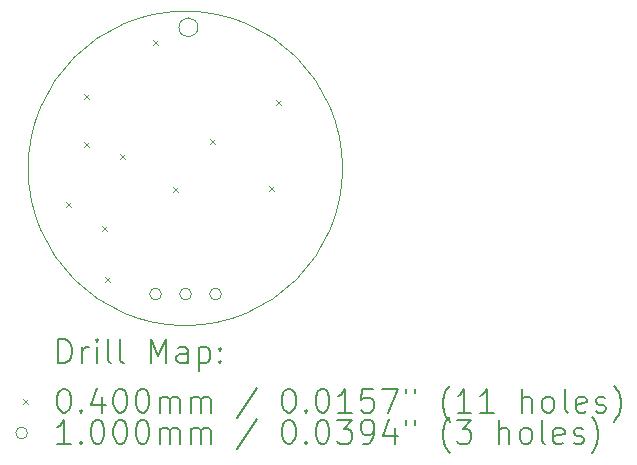
<source format=gbr>
%TF.GenerationSoftware,KiCad,Pcbnew,7.0.10*%
%TF.CreationDate,2024-09-02T03:13:41+05:30*%
%TF.ProjectId,Ki-demo,4b692d64-656d-46f2-9e6b-696361645f70,rev?*%
%TF.SameCoordinates,Original*%
%TF.FileFunction,Drillmap*%
%TF.FilePolarity,Positive*%
%FSLAX45Y45*%
G04 Gerber Fmt 4.5, Leading zero omitted, Abs format (unit mm)*
G04 Created by KiCad (PCBNEW 7.0.10) date 2024-09-02 03:13:41*
%MOMM*%
%LPD*%
G01*
G04 APERTURE LIST*
%ADD10C,0.100000*%
%ADD11C,0.200000*%
G04 APERTURE END LIST*
D10*
X9249722Y-4216400D02*
G75*
G03*
X9089078Y-4216400I-80322J0D01*
G01*
X9089078Y-4216400D02*
G75*
G03*
X9249722Y-4216400I80322J0D01*
G01*
X10474776Y-5410200D02*
G75*
G03*
X7813224Y-5410200I-1330776J0D01*
G01*
X7813224Y-5410200D02*
G75*
G03*
X10474776Y-5410200I1330776J0D01*
G01*
D11*
D10*
X8133400Y-5695000D02*
X8173400Y-5735000D01*
X8173400Y-5695000D02*
X8133400Y-5735000D01*
X8285800Y-4780600D02*
X8325800Y-4820600D01*
X8325800Y-4780600D02*
X8285800Y-4820600D01*
X8285800Y-5187000D02*
X8325800Y-5227000D01*
X8325800Y-5187000D02*
X8285800Y-5227000D01*
X8436900Y-5898200D02*
X8476900Y-5938200D01*
X8476900Y-5898200D02*
X8436900Y-5938200D01*
X8463600Y-6330000D02*
X8503600Y-6370000D01*
X8503600Y-6330000D02*
X8463600Y-6370000D01*
X8590600Y-5288600D02*
X8630600Y-5328600D01*
X8630600Y-5288600D02*
X8590600Y-5328600D01*
X8870000Y-4323400D02*
X8910000Y-4363400D01*
X8910000Y-4323400D02*
X8870000Y-4363400D01*
X9041446Y-5566725D02*
X9081446Y-5606725D01*
X9081446Y-5566725D02*
X9041446Y-5606725D01*
X9352600Y-5161600D02*
X9392600Y-5201600D01*
X9392600Y-5161600D02*
X9352600Y-5201600D01*
X9852120Y-5563544D02*
X9892120Y-5603544D01*
X9892120Y-5563544D02*
X9852120Y-5603544D01*
X9911400Y-4831400D02*
X9951400Y-4871400D01*
X9951400Y-4831400D02*
X9911400Y-4871400D01*
X8941500Y-6474500D02*
G75*
G03*
X8841500Y-6474500I-50000J0D01*
G01*
X8841500Y-6474500D02*
G75*
G03*
X8941500Y-6474500I50000J0D01*
G01*
X9195500Y-6474500D02*
G75*
G03*
X9095500Y-6474500I-50000J0D01*
G01*
X9095500Y-6474500D02*
G75*
G03*
X9195500Y-6474500I50000J0D01*
G01*
X9449500Y-6474500D02*
G75*
G03*
X9349500Y-6474500I-50000J0D01*
G01*
X9349500Y-6474500D02*
G75*
G03*
X9449500Y-6474500I50000J0D01*
G01*
D11*
X8069001Y-7057460D02*
X8069001Y-6857460D01*
X8069001Y-6857460D02*
X8116620Y-6857460D01*
X8116620Y-6857460D02*
X8145191Y-6866983D01*
X8145191Y-6866983D02*
X8164239Y-6886031D01*
X8164239Y-6886031D02*
X8173763Y-6905079D01*
X8173763Y-6905079D02*
X8183287Y-6943174D01*
X8183287Y-6943174D02*
X8183287Y-6971745D01*
X8183287Y-6971745D02*
X8173763Y-7009840D01*
X8173763Y-7009840D02*
X8164239Y-7028888D01*
X8164239Y-7028888D02*
X8145191Y-7047936D01*
X8145191Y-7047936D02*
X8116620Y-7057460D01*
X8116620Y-7057460D02*
X8069001Y-7057460D01*
X8269001Y-7057460D02*
X8269001Y-6924126D01*
X8269001Y-6962221D02*
X8278525Y-6943174D01*
X8278525Y-6943174D02*
X8288049Y-6933650D01*
X8288049Y-6933650D02*
X8307096Y-6924126D01*
X8307096Y-6924126D02*
X8326144Y-6924126D01*
X8392811Y-7057460D02*
X8392811Y-6924126D01*
X8392811Y-6857460D02*
X8383287Y-6866983D01*
X8383287Y-6866983D02*
X8392811Y-6876507D01*
X8392811Y-6876507D02*
X8402334Y-6866983D01*
X8402334Y-6866983D02*
X8392811Y-6857460D01*
X8392811Y-6857460D02*
X8392811Y-6876507D01*
X8516620Y-7057460D02*
X8497572Y-7047936D01*
X8497572Y-7047936D02*
X8488049Y-7028888D01*
X8488049Y-7028888D02*
X8488049Y-6857460D01*
X8621382Y-7057460D02*
X8602334Y-7047936D01*
X8602334Y-7047936D02*
X8592811Y-7028888D01*
X8592811Y-7028888D02*
X8592811Y-6857460D01*
X8849953Y-7057460D02*
X8849953Y-6857460D01*
X8849953Y-6857460D02*
X8916620Y-7000317D01*
X8916620Y-7000317D02*
X8983287Y-6857460D01*
X8983287Y-6857460D02*
X8983287Y-7057460D01*
X9164239Y-7057460D02*
X9164239Y-6952698D01*
X9164239Y-6952698D02*
X9154715Y-6933650D01*
X9154715Y-6933650D02*
X9135668Y-6924126D01*
X9135668Y-6924126D02*
X9097572Y-6924126D01*
X9097572Y-6924126D02*
X9078525Y-6933650D01*
X9164239Y-7047936D02*
X9145192Y-7057460D01*
X9145192Y-7057460D02*
X9097572Y-7057460D01*
X9097572Y-7057460D02*
X9078525Y-7047936D01*
X9078525Y-7047936D02*
X9069001Y-7028888D01*
X9069001Y-7028888D02*
X9069001Y-7009840D01*
X9069001Y-7009840D02*
X9078525Y-6990793D01*
X9078525Y-6990793D02*
X9097572Y-6981269D01*
X9097572Y-6981269D02*
X9145192Y-6981269D01*
X9145192Y-6981269D02*
X9164239Y-6971745D01*
X9259477Y-6924126D02*
X9259477Y-7124126D01*
X9259477Y-6933650D02*
X9278525Y-6924126D01*
X9278525Y-6924126D02*
X9316620Y-6924126D01*
X9316620Y-6924126D02*
X9335668Y-6933650D01*
X9335668Y-6933650D02*
X9345192Y-6943174D01*
X9345192Y-6943174D02*
X9354715Y-6962221D01*
X9354715Y-6962221D02*
X9354715Y-7019364D01*
X9354715Y-7019364D02*
X9345192Y-7038412D01*
X9345192Y-7038412D02*
X9335668Y-7047936D01*
X9335668Y-7047936D02*
X9316620Y-7057460D01*
X9316620Y-7057460D02*
X9278525Y-7057460D01*
X9278525Y-7057460D02*
X9259477Y-7047936D01*
X9440430Y-7038412D02*
X9449953Y-7047936D01*
X9449953Y-7047936D02*
X9440430Y-7057460D01*
X9440430Y-7057460D02*
X9430906Y-7047936D01*
X9430906Y-7047936D02*
X9440430Y-7038412D01*
X9440430Y-7038412D02*
X9440430Y-7057460D01*
X9440430Y-6933650D02*
X9449953Y-6943174D01*
X9449953Y-6943174D02*
X9440430Y-6952698D01*
X9440430Y-6952698D02*
X9430906Y-6943174D01*
X9430906Y-6943174D02*
X9440430Y-6933650D01*
X9440430Y-6933650D02*
X9440430Y-6952698D01*
D10*
X7768224Y-7365976D02*
X7808224Y-7405976D01*
X7808224Y-7365976D02*
X7768224Y-7405976D01*
D11*
X8107096Y-7277460D02*
X8126144Y-7277460D01*
X8126144Y-7277460D02*
X8145191Y-7286983D01*
X8145191Y-7286983D02*
X8154715Y-7296507D01*
X8154715Y-7296507D02*
X8164239Y-7315555D01*
X8164239Y-7315555D02*
X8173763Y-7353650D01*
X8173763Y-7353650D02*
X8173763Y-7401269D01*
X8173763Y-7401269D02*
X8164239Y-7439364D01*
X8164239Y-7439364D02*
X8154715Y-7458412D01*
X8154715Y-7458412D02*
X8145191Y-7467936D01*
X8145191Y-7467936D02*
X8126144Y-7477460D01*
X8126144Y-7477460D02*
X8107096Y-7477460D01*
X8107096Y-7477460D02*
X8088049Y-7467936D01*
X8088049Y-7467936D02*
X8078525Y-7458412D01*
X8078525Y-7458412D02*
X8069001Y-7439364D01*
X8069001Y-7439364D02*
X8059477Y-7401269D01*
X8059477Y-7401269D02*
X8059477Y-7353650D01*
X8059477Y-7353650D02*
X8069001Y-7315555D01*
X8069001Y-7315555D02*
X8078525Y-7296507D01*
X8078525Y-7296507D02*
X8088049Y-7286983D01*
X8088049Y-7286983D02*
X8107096Y-7277460D01*
X8259477Y-7458412D02*
X8269001Y-7467936D01*
X8269001Y-7467936D02*
X8259477Y-7477460D01*
X8259477Y-7477460D02*
X8249953Y-7467936D01*
X8249953Y-7467936D02*
X8259477Y-7458412D01*
X8259477Y-7458412D02*
X8259477Y-7477460D01*
X8440430Y-7344126D02*
X8440430Y-7477460D01*
X8392811Y-7267936D02*
X8345191Y-7410793D01*
X8345191Y-7410793D02*
X8469001Y-7410793D01*
X8583287Y-7277460D02*
X8602334Y-7277460D01*
X8602334Y-7277460D02*
X8621382Y-7286983D01*
X8621382Y-7286983D02*
X8630906Y-7296507D01*
X8630906Y-7296507D02*
X8640430Y-7315555D01*
X8640430Y-7315555D02*
X8649953Y-7353650D01*
X8649953Y-7353650D02*
X8649953Y-7401269D01*
X8649953Y-7401269D02*
X8640430Y-7439364D01*
X8640430Y-7439364D02*
X8630906Y-7458412D01*
X8630906Y-7458412D02*
X8621382Y-7467936D01*
X8621382Y-7467936D02*
X8602334Y-7477460D01*
X8602334Y-7477460D02*
X8583287Y-7477460D01*
X8583287Y-7477460D02*
X8564239Y-7467936D01*
X8564239Y-7467936D02*
X8554715Y-7458412D01*
X8554715Y-7458412D02*
X8545192Y-7439364D01*
X8545192Y-7439364D02*
X8535668Y-7401269D01*
X8535668Y-7401269D02*
X8535668Y-7353650D01*
X8535668Y-7353650D02*
X8545192Y-7315555D01*
X8545192Y-7315555D02*
X8554715Y-7296507D01*
X8554715Y-7296507D02*
X8564239Y-7286983D01*
X8564239Y-7286983D02*
X8583287Y-7277460D01*
X8773763Y-7277460D02*
X8792811Y-7277460D01*
X8792811Y-7277460D02*
X8811858Y-7286983D01*
X8811858Y-7286983D02*
X8821382Y-7296507D01*
X8821382Y-7296507D02*
X8830906Y-7315555D01*
X8830906Y-7315555D02*
X8840430Y-7353650D01*
X8840430Y-7353650D02*
X8840430Y-7401269D01*
X8840430Y-7401269D02*
X8830906Y-7439364D01*
X8830906Y-7439364D02*
X8821382Y-7458412D01*
X8821382Y-7458412D02*
X8811858Y-7467936D01*
X8811858Y-7467936D02*
X8792811Y-7477460D01*
X8792811Y-7477460D02*
X8773763Y-7477460D01*
X8773763Y-7477460D02*
X8754715Y-7467936D01*
X8754715Y-7467936D02*
X8745192Y-7458412D01*
X8745192Y-7458412D02*
X8735668Y-7439364D01*
X8735668Y-7439364D02*
X8726144Y-7401269D01*
X8726144Y-7401269D02*
X8726144Y-7353650D01*
X8726144Y-7353650D02*
X8735668Y-7315555D01*
X8735668Y-7315555D02*
X8745192Y-7296507D01*
X8745192Y-7296507D02*
X8754715Y-7286983D01*
X8754715Y-7286983D02*
X8773763Y-7277460D01*
X8926144Y-7477460D02*
X8926144Y-7344126D01*
X8926144Y-7363174D02*
X8935668Y-7353650D01*
X8935668Y-7353650D02*
X8954715Y-7344126D01*
X8954715Y-7344126D02*
X8983287Y-7344126D01*
X8983287Y-7344126D02*
X9002334Y-7353650D01*
X9002334Y-7353650D02*
X9011858Y-7372698D01*
X9011858Y-7372698D02*
X9011858Y-7477460D01*
X9011858Y-7372698D02*
X9021382Y-7353650D01*
X9021382Y-7353650D02*
X9040430Y-7344126D01*
X9040430Y-7344126D02*
X9069001Y-7344126D01*
X9069001Y-7344126D02*
X9088049Y-7353650D01*
X9088049Y-7353650D02*
X9097573Y-7372698D01*
X9097573Y-7372698D02*
X9097573Y-7477460D01*
X9192811Y-7477460D02*
X9192811Y-7344126D01*
X9192811Y-7363174D02*
X9202334Y-7353650D01*
X9202334Y-7353650D02*
X9221382Y-7344126D01*
X9221382Y-7344126D02*
X9249954Y-7344126D01*
X9249954Y-7344126D02*
X9269001Y-7353650D01*
X9269001Y-7353650D02*
X9278525Y-7372698D01*
X9278525Y-7372698D02*
X9278525Y-7477460D01*
X9278525Y-7372698D02*
X9288049Y-7353650D01*
X9288049Y-7353650D02*
X9307096Y-7344126D01*
X9307096Y-7344126D02*
X9335668Y-7344126D01*
X9335668Y-7344126D02*
X9354715Y-7353650D01*
X9354715Y-7353650D02*
X9364239Y-7372698D01*
X9364239Y-7372698D02*
X9364239Y-7477460D01*
X9754715Y-7267936D02*
X9583287Y-7525079D01*
X10011858Y-7277460D02*
X10030906Y-7277460D01*
X10030906Y-7277460D02*
X10049954Y-7286983D01*
X10049954Y-7286983D02*
X10059477Y-7296507D01*
X10059477Y-7296507D02*
X10069001Y-7315555D01*
X10069001Y-7315555D02*
X10078525Y-7353650D01*
X10078525Y-7353650D02*
X10078525Y-7401269D01*
X10078525Y-7401269D02*
X10069001Y-7439364D01*
X10069001Y-7439364D02*
X10059477Y-7458412D01*
X10059477Y-7458412D02*
X10049954Y-7467936D01*
X10049954Y-7467936D02*
X10030906Y-7477460D01*
X10030906Y-7477460D02*
X10011858Y-7477460D01*
X10011858Y-7477460D02*
X9992811Y-7467936D01*
X9992811Y-7467936D02*
X9983287Y-7458412D01*
X9983287Y-7458412D02*
X9973763Y-7439364D01*
X9973763Y-7439364D02*
X9964239Y-7401269D01*
X9964239Y-7401269D02*
X9964239Y-7353650D01*
X9964239Y-7353650D02*
X9973763Y-7315555D01*
X9973763Y-7315555D02*
X9983287Y-7296507D01*
X9983287Y-7296507D02*
X9992811Y-7286983D01*
X9992811Y-7286983D02*
X10011858Y-7277460D01*
X10164239Y-7458412D02*
X10173763Y-7467936D01*
X10173763Y-7467936D02*
X10164239Y-7477460D01*
X10164239Y-7477460D02*
X10154716Y-7467936D01*
X10154716Y-7467936D02*
X10164239Y-7458412D01*
X10164239Y-7458412D02*
X10164239Y-7477460D01*
X10297573Y-7277460D02*
X10316620Y-7277460D01*
X10316620Y-7277460D02*
X10335668Y-7286983D01*
X10335668Y-7286983D02*
X10345192Y-7296507D01*
X10345192Y-7296507D02*
X10354716Y-7315555D01*
X10354716Y-7315555D02*
X10364239Y-7353650D01*
X10364239Y-7353650D02*
X10364239Y-7401269D01*
X10364239Y-7401269D02*
X10354716Y-7439364D01*
X10354716Y-7439364D02*
X10345192Y-7458412D01*
X10345192Y-7458412D02*
X10335668Y-7467936D01*
X10335668Y-7467936D02*
X10316620Y-7477460D01*
X10316620Y-7477460D02*
X10297573Y-7477460D01*
X10297573Y-7477460D02*
X10278525Y-7467936D01*
X10278525Y-7467936D02*
X10269001Y-7458412D01*
X10269001Y-7458412D02*
X10259477Y-7439364D01*
X10259477Y-7439364D02*
X10249954Y-7401269D01*
X10249954Y-7401269D02*
X10249954Y-7353650D01*
X10249954Y-7353650D02*
X10259477Y-7315555D01*
X10259477Y-7315555D02*
X10269001Y-7296507D01*
X10269001Y-7296507D02*
X10278525Y-7286983D01*
X10278525Y-7286983D02*
X10297573Y-7277460D01*
X10554716Y-7477460D02*
X10440430Y-7477460D01*
X10497573Y-7477460D02*
X10497573Y-7277460D01*
X10497573Y-7277460D02*
X10478525Y-7306031D01*
X10478525Y-7306031D02*
X10459477Y-7325079D01*
X10459477Y-7325079D02*
X10440430Y-7334602D01*
X10735668Y-7277460D02*
X10640430Y-7277460D01*
X10640430Y-7277460D02*
X10630906Y-7372698D01*
X10630906Y-7372698D02*
X10640430Y-7363174D01*
X10640430Y-7363174D02*
X10659477Y-7353650D01*
X10659477Y-7353650D02*
X10707097Y-7353650D01*
X10707097Y-7353650D02*
X10726144Y-7363174D01*
X10726144Y-7363174D02*
X10735668Y-7372698D01*
X10735668Y-7372698D02*
X10745192Y-7391745D01*
X10745192Y-7391745D02*
X10745192Y-7439364D01*
X10745192Y-7439364D02*
X10735668Y-7458412D01*
X10735668Y-7458412D02*
X10726144Y-7467936D01*
X10726144Y-7467936D02*
X10707097Y-7477460D01*
X10707097Y-7477460D02*
X10659477Y-7477460D01*
X10659477Y-7477460D02*
X10640430Y-7467936D01*
X10640430Y-7467936D02*
X10630906Y-7458412D01*
X10811858Y-7277460D02*
X10945192Y-7277460D01*
X10945192Y-7277460D02*
X10859477Y-7477460D01*
X11011858Y-7277460D02*
X11011858Y-7315555D01*
X11088049Y-7277460D02*
X11088049Y-7315555D01*
X11383287Y-7553650D02*
X11373763Y-7544126D01*
X11373763Y-7544126D02*
X11354716Y-7515555D01*
X11354716Y-7515555D02*
X11345192Y-7496507D01*
X11345192Y-7496507D02*
X11335668Y-7467936D01*
X11335668Y-7467936D02*
X11326144Y-7420317D01*
X11326144Y-7420317D02*
X11326144Y-7382221D01*
X11326144Y-7382221D02*
X11335668Y-7334602D01*
X11335668Y-7334602D02*
X11345192Y-7306031D01*
X11345192Y-7306031D02*
X11354716Y-7286983D01*
X11354716Y-7286983D02*
X11373763Y-7258412D01*
X11373763Y-7258412D02*
X11383287Y-7248888D01*
X11564239Y-7477460D02*
X11449954Y-7477460D01*
X11507096Y-7477460D02*
X11507096Y-7277460D01*
X11507096Y-7277460D02*
X11488049Y-7306031D01*
X11488049Y-7306031D02*
X11469001Y-7325079D01*
X11469001Y-7325079D02*
X11449954Y-7334602D01*
X11754716Y-7477460D02*
X11640430Y-7477460D01*
X11697573Y-7477460D02*
X11697573Y-7277460D01*
X11697573Y-7277460D02*
X11678525Y-7306031D01*
X11678525Y-7306031D02*
X11659477Y-7325079D01*
X11659477Y-7325079D02*
X11640430Y-7334602D01*
X11992811Y-7477460D02*
X11992811Y-7277460D01*
X12078525Y-7477460D02*
X12078525Y-7372698D01*
X12078525Y-7372698D02*
X12069001Y-7353650D01*
X12069001Y-7353650D02*
X12049954Y-7344126D01*
X12049954Y-7344126D02*
X12021382Y-7344126D01*
X12021382Y-7344126D02*
X12002335Y-7353650D01*
X12002335Y-7353650D02*
X11992811Y-7363174D01*
X12202335Y-7477460D02*
X12183287Y-7467936D01*
X12183287Y-7467936D02*
X12173763Y-7458412D01*
X12173763Y-7458412D02*
X12164239Y-7439364D01*
X12164239Y-7439364D02*
X12164239Y-7382221D01*
X12164239Y-7382221D02*
X12173763Y-7363174D01*
X12173763Y-7363174D02*
X12183287Y-7353650D01*
X12183287Y-7353650D02*
X12202335Y-7344126D01*
X12202335Y-7344126D02*
X12230906Y-7344126D01*
X12230906Y-7344126D02*
X12249954Y-7353650D01*
X12249954Y-7353650D02*
X12259478Y-7363174D01*
X12259478Y-7363174D02*
X12269001Y-7382221D01*
X12269001Y-7382221D02*
X12269001Y-7439364D01*
X12269001Y-7439364D02*
X12259478Y-7458412D01*
X12259478Y-7458412D02*
X12249954Y-7467936D01*
X12249954Y-7467936D02*
X12230906Y-7477460D01*
X12230906Y-7477460D02*
X12202335Y-7477460D01*
X12383287Y-7477460D02*
X12364239Y-7467936D01*
X12364239Y-7467936D02*
X12354716Y-7448888D01*
X12354716Y-7448888D02*
X12354716Y-7277460D01*
X12535668Y-7467936D02*
X12516620Y-7477460D01*
X12516620Y-7477460D02*
X12478525Y-7477460D01*
X12478525Y-7477460D02*
X12459478Y-7467936D01*
X12459478Y-7467936D02*
X12449954Y-7448888D01*
X12449954Y-7448888D02*
X12449954Y-7372698D01*
X12449954Y-7372698D02*
X12459478Y-7353650D01*
X12459478Y-7353650D02*
X12478525Y-7344126D01*
X12478525Y-7344126D02*
X12516620Y-7344126D01*
X12516620Y-7344126D02*
X12535668Y-7353650D01*
X12535668Y-7353650D02*
X12545192Y-7372698D01*
X12545192Y-7372698D02*
X12545192Y-7391745D01*
X12545192Y-7391745D02*
X12449954Y-7410793D01*
X12621382Y-7467936D02*
X12640430Y-7477460D01*
X12640430Y-7477460D02*
X12678525Y-7477460D01*
X12678525Y-7477460D02*
X12697573Y-7467936D01*
X12697573Y-7467936D02*
X12707097Y-7448888D01*
X12707097Y-7448888D02*
X12707097Y-7439364D01*
X12707097Y-7439364D02*
X12697573Y-7420317D01*
X12697573Y-7420317D02*
X12678525Y-7410793D01*
X12678525Y-7410793D02*
X12649954Y-7410793D01*
X12649954Y-7410793D02*
X12630906Y-7401269D01*
X12630906Y-7401269D02*
X12621382Y-7382221D01*
X12621382Y-7382221D02*
X12621382Y-7372698D01*
X12621382Y-7372698D02*
X12630906Y-7353650D01*
X12630906Y-7353650D02*
X12649954Y-7344126D01*
X12649954Y-7344126D02*
X12678525Y-7344126D01*
X12678525Y-7344126D02*
X12697573Y-7353650D01*
X12773763Y-7553650D02*
X12783287Y-7544126D01*
X12783287Y-7544126D02*
X12802335Y-7515555D01*
X12802335Y-7515555D02*
X12811859Y-7496507D01*
X12811859Y-7496507D02*
X12821382Y-7467936D01*
X12821382Y-7467936D02*
X12830906Y-7420317D01*
X12830906Y-7420317D02*
X12830906Y-7382221D01*
X12830906Y-7382221D02*
X12821382Y-7334602D01*
X12821382Y-7334602D02*
X12811859Y-7306031D01*
X12811859Y-7306031D02*
X12802335Y-7286983D01*
X12802335Y-7286983D02*
X12783287Y-7258412D01*
X12783287Y-7258412D02*
X12773763Y-7248888D01*
D10*
X7808224Y-7649976D02*
G75*
G03*
X7708224Y-7649976I-50000J0D01*
G01*
X7708224Y-7649976D02*
G75*
G03*
X7808224Y-7649976I50000J0D01*
G01*
D11*
X8173763Y-7741460D02*
X8059477Y-7741460D01*
X8116620Y-7741460D02*
X8116620Y-7541460D01*
X8116620Y-7541460D02*
X8097572Y-7570031D01*
X8097572Y-7570031D02*
X8078525Y-7589079D01*
X8078525Y-7589079D02*
X8059477Y-7598602D01*
X8259477Y-7722412D02*
X8269001Y-7731936D01*
X8269001Y-7731936D02*
X8259477Y-7741460D01*
X8259477Y-7741460D02*
X8249953Y-7731936D01*
X8249953Y-7731936D02*
X8259477Y-7722412D01*
X8259477Y-7722412D02*
X8259477Y-7741460D01*
X8392811Y-7541460D02*
X8411858Y-7541460D01*
X8411858Y-7541460D02*
X8430906Y-7550983D01*
X8430906Y-7550983D02*
X8440430Y-7560507D01*
X8440430Y-7560507D02*
X8449953Y-7579555D01*
X8449953Y-7579555D02*
X8459477Y-7617650D01*
X8459477Y-7617650D02*
X8459477Y-7665269D01*
X8459477Y-7665269D02*
X8449953Y-7703364D01*
X8449953Y-7703364D02*
X8440430Y-7722412D01*
X8440430Y-7722412D02*
X8430906Y-7731936D01*
X8430906Y-7731936D02*
X8411858Y-7741460D01*
X8411858Y-7741460D02*
X8392811Y-7741460D01*
X8392811Y-7741460D02*
X8373763Y-7731936D01*
X8373763Y-7731936D02*
X8364239Y-7722412D01*
X8364239Y-7722412D02*
X8354715Y-7703364D01*
X8354715Y-7703364D02*
X8345191Y-7665269D01*
X8345191Y-7665269D02*
X8345191Y-7617650D01*
X8345191Y-7617650D02*
X8354715Y-7579555D01*
X8354715Y-7579555D02*
X8364239Y-7560507D01*
X8364239Y-7560507D02*
X8373763Y-7550983D01*
X8373763Y-7550983D02*
X8392811Y-7541460D01*
X8583287Y-7541460D02*
X8602334Y-7541460D01*
X8602334Y-7541460D02*
X8621382Y-7550983D01*
X8621382Y-7550983D02*
X8630906Y-7560507D01*
X8630906Y-7560507D02*
X8640430Y-7579555D01*
X8640430Y-7579555D02*
X8649953Y-7617650D01*
X8649953Y-7617650D02*
X8649953Y-7665269D01*
X8649953Y-7665269D02*
X8640430Y-7703364D01*
X8640430Y-7703364D02*
X8630906Y-7722412D01*
X8630906Y-7722412D02*
X8621382Y-7731936D01*
X8621382Y-7731936D02*
X8602334Y-7741460D01*
X8602334Y-7741460D02*
X8583287Y-7741460D01*
X8583287Y-7741460D02*
X8564239Y-7731936D01*
X8564239Y-7731936D02*
X8554715Y-7722412D01*
X8554715Y-7722412D02*
X8545192Y-7703364D01*
X8545192Y-7703364D02*
X8535668Y-7665269D01*
X8535668Y-7665269D02*
X8535668Y-7617650D01*
X8535668Y-7617650D02*
X8545192Y-7579555D01*
X8545192Y-7579555D02*
X8554715Y-7560507D01*
X8554715Y-7560507D02*
X8564239Y-7550983D01*
X8564239Y-7550983D02*
X8583287Y-7541460D01*
X8773763Y-7541460D02*
X8792811Y-7541460D01*
X8792811Y-7541460D02*
X8811858Y-7550983D01*
X8811858Y-7550983D02*
X8821382Y-7560507D01*
X8821382Y-7560507D02*
X8830906Y-7579555D01*
X8830906Y-7579555D02*
X8840430Y-7617650D01*
X8840430Y-7617650D02*
X8840430Y-7665269D01*
X8840430Y-7665269D02*
X8830906Y-7703364D01*
X8830906Y-7703364D02*
X8821382Y-7722412D01*
X8821382Y-7722412D02*
X8811858Y-7731936D01*
X8811858Y-7731936D02*
X8792811Y-7741460D01*
X8792811Y-7741460D02*
X8773763Y-7741460D01*
X8773763Y-7741460D02*
X8754715Y-7731936D01*
X8754715Y-7731936D02*
X8745192Y-7722412D01*
X8745192Y-7722412D02*
X8735668Y-7703364D01*
X8735668Y-7703364D02*
X8726144Y-7665269D01*
X8726144Y-7665269D02*
X8726144Y-7617650D01*
X8726144Y-7617650D02*
X8735668Y-7579555D01*
X8735668Y-7579555D02*
X8745192Y-7560507D01*
X8745192Y-7560507D02*
X8754715Y-7550983D01*
X8754715Y-7550983D02*
X8773763Y-7541460D01*
X8926144Y-7741460D02*
X8926144Y-7608126D01*
X8926144Y-7627174D02*
X8935668Y-7617650D01*
X8935668Y-7617650D02*
X8954715Y-7608126D01*
X8954715Y-7608126D02*
X8983287Y-7608126D01*
X8983287Y-7608126D02*
X9002334Y-7617650D01*
X9002334Y-7617650D02*
X9011858Y-7636698D01*
X9011858Y-7636698D02*
X9011858Y-7741460D01*
X9011858Y-7636698D02*
X9021382Y-7617650D01*
X9021382Y-7617650D02*
X9040430Y-7608126D01*
X9040430Y-7608126D02*
X9069001Y-7608126D01*
X9069001Y-7608126D02*
X9088049Y-7617650D01*
X9088049Y-7617650D02*
X9097573Y-7636698D01*
X9097573Y-7636698D02*
X9097573Y-7741460D01*
X9192811Y-7741460D02*
X9192811Y-7608126D01*
X9192811Y-7627174D02*
X9202334Y-7617650D01*
X9202334Y-7617650D02*
X9221382Y-7608126D01*
X9221382Y-7608126D02*
X9249954Y-7608126D01*
X9249954Y-7608126D02*
X9269001Y-7617650D01*
X9269001Y-7617650D02*
X9278525Y-7636698D01*
X9278525Y-7636698D02*
X9278525Y-7741460D01*
X9278525Y-7636698D02*
X9288049Y-7617650D01*
X9288049Y-7617650D02*
X9307096Y-7608126D01*
X9307096Y-7608126D02*
X9335668Y-7608126D01*
X9335668Y-7608126D02*
X9354715Y-7617650D01*
X9354715Y-7617650D02*
X9364239Y-7636698D01*
X9364239Y-7636698D02*
X9364239Y-7741460D01*
X9754715Y-7531936D02*
X9583287Y-7789079D01*
X10011858Y-7541460D02*
X10030906Y-7541460D01*
X10030906Y-7541460D02*
X10049954Y-7550983D01*
X10049954Y-7550983D02*
X10059477Y-7560507D01*
X10059477Y-7560507D02*
X10069001Y-7579555D01*
X10069001Y-7579555D02*
X10078525Y-7617650D01*
X10078525Y-7617650D02*
X10078525Y-7665269D01*
X10078525Y-7665269D02*
X10069001Y-7703364D01*
X10069001Y-7703364D02*
X10059477Y-7722412D01*
X10059477Y-7722412D02*
X10049954Y-7731936D01*
X10049954Y-7731936D02*
X10030906Y-7741460D01*
X10030906Y-7741460D02*
X10011858Y-7741460D01*
X10011858Y-7741460D02*
X9992811Y-7731936D01*
X9992811Y-7731936D02*
X9983287Y-7722412D01*
X9983287Y-7722412D02*
X9973763Y-7703364D01*
X9973763Y-7703364D02*
X9964239Y-7665269D01*
X9964239Y-7665269D02*
X9964239Y-7617650D01*
X9964239Y-7617650D02*
X9973763Y-7579555D01*
X9973763Y-7579555D02*
X9983287Y-7560507D01*
X9983287Y-7560507D02*
X9992811Y-7550983D01*
X9992811Y-7550983D02*
X10011858Y-7541460D01*
X10164239Y-7722412D02*
X10173763Y-7731936D01*
X10173763Y-7731936D02*
X10164239Y-7741460D01*
X10164239Y-7741460D02*
X10154716Y-7731936D01*
X10154716Y-7731936D02*
X10164239Y-7722412D01*
X10164239Y-7722412D02*
X10164239Y-7741460D01*
X10297573Y-7541460D02*
X10316620Y-7541460D01*
X10316620Y-7541460D02*
X10335668Y-7550983D01*
X10335668Y-7550983D02*
X10345192Y-7560507D01*
X10345192Y-7560507D02*
X10354716Y-7579555D01*
X10354716Y-7579555D02*
X10364239Y-7617650D01*
X10364239Y-7617650D02*
X10364239Y-7665269D01*
X10364239Y-7665269D02*
X10354716Y-7703364D01*
X10354716Y-7703364D02*
X10345192Y-7722412D01*
X10345192Y-7722412D02*
X10335668Y-7731936D01*
X10335668Y-7731936D02*
X10316620Y-7741460D01*
X10316620Y-7741460D02*
X10297573Y-7741460D01*
X10297573Y-7741460D02*
X10278525Y-7731936D01*
X10278525Y-7731936D02*
X10269001Y-7722412D01*
X10269001Y-7722412D02*
X10259477Y-7703364D01*
X10259477Y-7703364D02*
X10249954Y-7665269D01*
X10249954Y-7665269D02*
X10249954Y-7617650D01*
X10249954Y-7617650D02*
X10259477Y-7579555D01*
X10259477Y-7579555D02*
X10269001Y-7560507D01*
X10269001Y-7560507D02*
X10278525Y-7550983D01*
X10278525Y-7550983D02*
X10297573Y-7541460D01*
X10430906Y-7541460D02*
X10554716Y-7541460D01*
X10554716Y-7541460D02*
X10488049Y-7617650D01*
X10488049Y-7617650D02*
X10516620Y-7617650D01*
X10516620Y-7617650D02*
X10535668Y-7627174D01*
X10535668Y-7627174D02*
X10545192Y-7636698D01*
X10545192Y-7636698D02*
X10554716Y-7655745D01*
X10554716Y-7655745D02*
X10554716Y-7703364D01*
X10554716Y-7703364D02*
X10545192Y-7722412D01*
X10545192Y-7722412D02*
X10535668Y-7731936D01*
X10535668Y-7731936D02*
X10516620Y-7741460D01*
X10516620Y-7741460D02*
X10459477Y-7741460D01*
X10459477Y-7741460D02*
X10440430Y-7731936D01*
X10440430Y-7731936D02*
X10430906Y-7722412D01*
X10649954Y-7741460D02*
X10688049Y-7741460D01*
X10688049Y-7741460D02*
X10707097Y-7731936D01*
X10707097Y-7731936D02*
X10716620Y-7722412D01*
X10716620Y-7722412D02*
X10735668Y-7693840D01*
X10735668Y-7693840D02*
X10745192Y-7655745D01*
X10745192Y-7655745D02*
X10745192Y-7579555D01*
X10745192Y-7579555D02*
X10735668Y-7560507D01*
X10735668Y-7560507D02*
X10726144Y-7550983D01*
X10726144Y-7550983D02*
X10707097Y-7541460D01*
X10707097Y-7541460D02*
X10669001Y-7541460D01*
X10669001Y-7541460D02*
X10649954Y-7550983D01*
X10649954Y-7550983D02*
X10640430Y-7560507D01*
X10640430Y-7560507D02*
X10630906Y-7579555D01*
X10630906Y-7579555D02*
X10630906Y-7627174D01*
X10630906Y-7627174D02*
X10640430Y-7646221D01*
X10640430Y-7646221D02*
X10649954Y-7655745D01*
X10649954Y-7655745D02*
X10669001Y-7665269D01*
X10669001Y-7665269D02*
X10707097Y-7665269D01*
X10707097Y-7665269D02*
X10726144Y-7655745D01*
X10726144Y-7655745D02*
X10735668Y-7646221D01*
X10735668Y-7646221D02*
X10745192Y-7627174D01*
X10916620Y-7608126D02*
X10916620Y-7741460D01*
X10869001Y-7531936D02*
X10821382Y-7674793D01*
X10821382Y-7674793D02*
X10945192Y-7674793D01*
X11011858Y-7541460D02*
X11011858Y-7579555D01*
X11088049Y-7541460D02*
X11088049Y-7579555D01*
X11383287Y-7817650D02*
X11373763Y-7808126D01*
X11373763Y-7808126D02*
X11354716Y-7779555D01*
X11354716Y-7779555D02*
X11345192Y-7760507D01*
X11345192Y-7760507D02*
X11335668Y-7731936D01*
X11335668Y-7731936D02*
X11326144Y-7684317D01*
X11326144Y-7684317D02*
X11326144Y-7646221D01*
X11326144Y-7646221D02*
X11335668Y-7598602D01*
X11335668Y-7598602D02*
X11345192Y-7570031D01*
X11345192Y-7570031D02*
X11354716Y-7550983D01*
X11354716Y-7550983D02*
X11373763Y-7522412D01*
X11373763Y-7522412D02*
X11383287Y-7512888D01*
X11440430Y-7541460D02*
X11564239Y-7541460D01*
X11564239Y-7541460D02*
X11497573Y-7617650D01*
X11497573Y-7617650D02*
X11526144Y-7617650D01*
X11526144Y-7617650D02*
X11545192Y-7627174D01*
X11545192Y-7627174D02*
X11554716Y-7636698D01*
X11554716Y-7636698D02*
X11564239Y-7655745D01*
X11564239Y-7655745D02*
X11564239Y-7703364D01*
X11564239Y-7703364D02*
X11554716Y-7722412D01*
X11554716Y-7722412D02*
X11545192Y-7731936D01*
X11545192Y-7731936D02*
X11526144Y-7741460D01*
X11526144Y-7741460D02*
X11469001Y-7741460D01*
X11469001Y-7741460D02*
X11449954Y-7731936D01*
X11449954Y-7731936D02*
X11440430Y-7722412D01*
X11802335Y-7741460D02*
X11802335Y-7541460D01*
X11888049Y-7741460D02*
X11888049Y-7636698D01*
X11888049Y-7636698D02*
X11878525Y-7617650D01*
X11878525Y-7617650D02*
X11859478Y-7608126D01*
X11859478Y-7608126D02*
X11830906Y-7608126D01*
X11830906Y-7608126D02*
X11811858Y-7617650D01*
X11811858Y-7617650D02*
X11802335Y-7627174D01*
X12011858Y-7741460D02*
X11992811Y-7731936D01*
X11992811Y-7731936D02*
X11983287Y-7722412D01*
X11983287Y-7722412D02*
X11973763Y-7703364D01*
X11973763Y-7703364D02*
X11973763Y-7646221D01*
X11973763Y-7646221D02*
X11983287Y-7627174D01*
X11983287Y-7627174D02*
X11992811Y-7617650D01*
X11992811Y-7617650D02*
X12011858Y-7608126D01*
X12011858Y-7608126D02*
X12040430Y-7608126D01*
X12040430Y-7608126D02*
X12059478Y-7617650D01*
X12059478Y-7617650D02*
X12069001Y-7627174D01*
X12069001Y-7627174D02*
X12078525Y-7646221D01*
X12078525Y-7646221D02*
X12078525Y-7703364D01*
X12078525Y-7703364D02*
X12069001Y-7722412D01*
X12069001Y-7722412D02*
X12059478Y-7731936D01*
X12059478Y-7731936D02*
X12040430Y-7741460D01*
X12040430Y-7741460D02*
X12011858Y-7741460D01*
X12192811Y-7741460D02*
X12173763Y-7731936D01*
X12173763Y-7731936D02*
X12164239Y-7712888D01*
X12164239Y-7712888D02*
X12164239Y-7541460D01*
X12345192Y-7731936D02*
X12326144Y-7741460D01*
X12326144Y-7741460D02*
X12288049Y-7741460D01*
X12288049Y-7741460D02*
X12269001Y-7731936D01*
X12269001Y-7731936D02*
X12259478Y-7712888D01*
X12259478Y-7712888D02*
X12259478Y-7636698D01*
X12259478Y-7636698D02*
X12269001Y-7617650D01*
X12269001Y-7617650D02*
X12288049Y-7608126D01*
X12288049Y-7608126D02*
X12326144Y-7608126D01*
X12326144Y-7608126D02*
X12345192Y-7617650D01*
X12345192Y-7617650D02*
X12354716Y-7636698D01*
X12354716Y-7636698D02*
X12354716Y-7655745D01*
X12354716Y-7655745D02*
X12259478Y-7674793D01*
X12430906Y-7731936D02*
X12449954Y-7741460D01*
X12449954Y-7741460D02*
X12488049Y-7741460D01*
X12488049Y-7741460D02*
X12507097Y-7731936D01*
X12507097Y-7731936D02*
X12516620Y-7712888D01*
X12516620Y-7712888D02*
X12516620Y-7703364D01*
X12516620Y-7703364D02*
X12507097Y-7684317D01*
X12507097Y-7684317D02*
X12488049Y-7674793D01*
X12488049Y-7674793D02*
X12459478Y-7674793D01*
X12459478Y-7674793D02*
X12440430Y-7665269D01*
X12440430Y-7665269D02*
X12430906Y-7646221D01*
X12430906Y-7646221D02*
X12430906Y-7636698D01*
X12430906Y-7636698D02*
X12440430Y-7617650D01*
X12440430Y-7617650D02*
X12459478Y-7608126D01*
X12459478Y-7608126D02*
X12488049Y-7608126D01*
X12488049Y-7608126D02*
X12507097Y-7617650D01*
X12583287Y-7817650D02*
X12592811Y-7808126D01*
X12592811Y-7808126D02*
X12611859Y-7779555D01*
X12611859Y-7779555D02*
X12621382Y-7760507D01*
X12621382Y-7760507D02*
X12630906Y-7731936D01*
X12630906Y-7731936D02*
X12640430Y-7684317D01*
X12640430Y-7684317D02*
X12640430Y-7646221D01*
X12640430Y-7646221D02*
X12630906Y-7598602D01*
X12630906Y-7598602D02*
X12621382Y-7570031D01*
X12621382Y-7570031D02*
X12611859Y-7550983D01*
X12611859Y-7550983D02*
X12592811Y-7522412D01*
X12592811Y-7522412D02*
X12583287Y-7512888D01*
M02*

</source>
